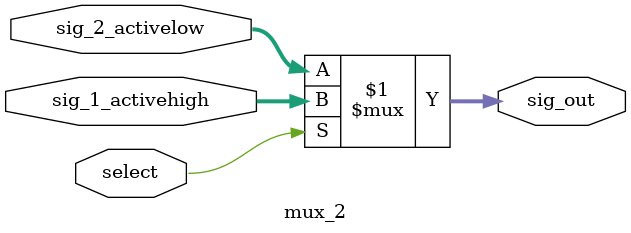
<source format=sv>
module mux_2
        #(parameter N=4)
		(input logic [N-1:0]sig_1_activehigh, sig_2_activelow,
       input logic select,
       output logic [N-1:0]sig_out);

    assign sig_out = select ? sig_1_activehigh : sig_2_activelow;
endmodule

</source>
